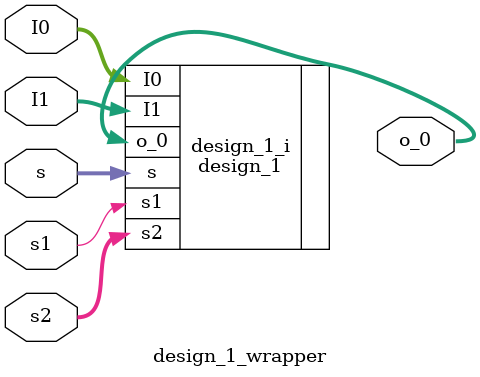
<source format=v>
`timescale 1 ps / 1 ps

module design_1_wrapper
   (I0,
    I1,
    o_0,
    s,
    s1,
    s2);
  input [4:0]I0;
  input [4:0]I1;
  output [4:0]o_0;
  input [1:0]s;
  input s1;
  input [2:0]s2;

  wire [4:0]I0;
  wire [4:0]I1;
  wire [4:0]o_0;
  wire [1:0]s;
  wire s1;
  wire [2:0]s2;

  design_1 design_1_i
       (.I0(I0),
        .I1(I1),
        .o_0(o_0),
        .s(s),
        .s1(s1),
        .s2(s2));
endmodule

</source>
